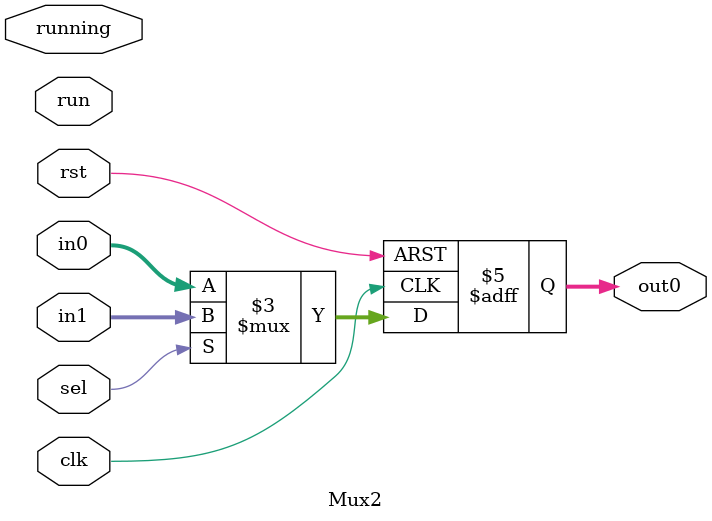
<source format=v>
`timescale 1ns / 1ps

module Mux2 #(
   parameter DATA_W = 32
) (
   //control
   input clk,
   input rst,

   input running,
   input run,

   //input / output data
   input [DATA_W-1:0] in0,
   input [DATA_W-1:0] in1,

   (* versat_latency = 1 *) output reg [DATA_W-1:0] out0,

   input sel
);

   always @(posedge clk, posedge rst) begin
      if (rst) out0 <= 0;
      else if (sel) out0 <= in1;
      else out0 <= in0;
   end

endmodule

</source>
